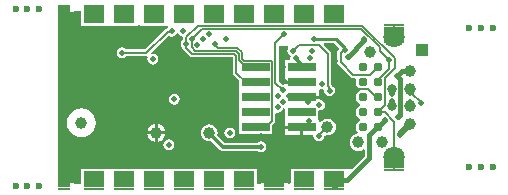
<source format=gbl>
G04*
G04 #@! TF.GenerationSoftware,Altium Limited,Altium Designer,21.7.2 (23)*
G04*
G04 Layer_Physical_Order=4*
G04 Layer_Color=16711680*
%FSLAX24Y24*%
%MOIN*%
G70*
G04*
G04 #@! TF.SameCoordinates,43C8A9C3-E03B-469C-A9E8-94EB88380565*
G04*
G04*
G04 #@! TF.FilePolarity,Positive*
G04*
G01*
G75*
%ADD10C,0.0098*%
%ADD13C,0.0079*%
%ADD14C,0.0059*%
%ADD15C,0.0050*%
%ADD66C,0.0118*%
%ADD69C,0.0709*%
%ADD71C,0.0394*%
%ADD72R,0.0394X0.0394*%
%ADD73C,0.0080*%
%ADD74C,0.0100*%
%ADD76C,0.0150*%
%ADD77C,0.0200*%
%ADD78R,0.0990X0.0552*%
%ADD79R,0.0560X0.0570*%
%ADD80R,0.0709X0.0531*%
%ADD81R,0.0709X0.0098*%
%ADD82C,0.0390*%
%ADD83R,0.0440X0.0098*%
%ADD84R,0.0440X0.0531*%
%ADD85C,0.0236*%
%ADD86C,0.0197*%
%ADD87R,0.0945X0.0299*%
%ADD88C,0.0310*%
%ADD89C,0.0315*%
%ADD90C,0.0057*%
G36*
X9723Y4653D02*
X9704Y4625D01*
X9691Y4555D01*
X9704Y4486D01*
X9744Y4427D01*
X9795Y4392D01*
X9793Y4389D01*
X9779Y4319D01*
X9787Y4280D01*
X9751Y4230D01*
X9615D01*
Y3791D01*
X9595Y3750D01*
X9595D01*
X9595Y3750D01*
Y3550D01*
X10168D01*
Y3450D01*
X9595D01*
Y3446D01*
X9557Y3414D01*
X9538Y3418D01*
X9518Y3414D01*
X9396Y3536D01*
Y4703D01*
X9696D01*
X9723Y4653D01*
D02*
G37*
G36*
X2816Y5389D02*
X5699D01*
X5714Y5339D01*
X5699Y5328D01*
X5679Y5299D01*
X5654Y5294D01*
X5619Y5271D01*
X5619Y5271D01*
X4946Y4597D01*
X4323D01*
X4309Y4619D01*
X4250Y4658D01*
X4180Y4672D01*
X4110Y4658D01*
X4051Y4619D01*
X4012Y4560D01*
X3998Y4490D01*
X4012Y4420D01*
X4051Y4361D01*
X4110Y4322D01*
X4180Y4308D01*
X4250Y4322D01*
X4309Y4361D01*
X4323Y4383D01*
X4990D01*
X4999Y4385D01*
X5029Y4340D01*
X5029Y4339D01*
X5015Y4270D01*
X5029Y4200D01*
X5068Y4141D01*
X5127Y4102D01*
X5197Y4088D01*
X5266Y4102D01*
X5325Y4141D01*
X5365Y4200D01*
X5379Y4270D01*
X5365Y4339D01*
X5325Y4398D01*
X5266Y4438D01*
X5197Y4452D01*
X5168Y4446D01*
X5143Y4492D01*
X5713Y5062D01*
X5758Y5032D01*
X5827Y5018D01*
X5897Y5032D01*
X5956Y5071D01*
X5995Y5130D01*
X5999Y5149D01*
X6050D01*
X6053Y5135D01*
X6092Y5076D01*
X6151Y5037D01*
X6206Y5026D01*
X6202Y5007D01*
Y4925D01*
X6181Y4910D01*
X6141Y4851D01*
X6127Y4782D01*
X6141Y4712D01*
X6181Y4653D01*
X6218Y4628D01*
X6220Y4619D01*
X6243Y4584D01*
X6449Y4379D01*
X6483Y4355D01*
X6524Y4347D01*
X7870D01*
X7874Y4343D01*
Y4189D01*
X7875Y4181D01*
Y3823D01*
X7883Y3782D01*
X7907Y3747D01*
X8080Y3574D01*
Y3270D01*
X8080D01*
Y3230D01*
X8080D01*
Y2770D01*
X8080D01*
Y2730D01*
X8080D01*
Y2270D01*
X8080Y2270D01*
Y2230D01*
X8080D01*
X8080Y2220D01*
Y1770D01*
X9185D01*
Y2078D01*
X9255Y2149D01*
X9279Y2184D01*
X9287Y2225D01*
X9287Y2225D01*
Y2447D01*
X9337Y2488D01*
X9360Y2483D01*
X9430Y2497D01*
X9489Y2537D01*
X9528Y2596D01*
X9536Y2635D01*
X9570Y2647D01*
X9615Y2614D01*
X9615Y2291D01*
X9595Y2250D01*
X9595Y2229D01*
Y2050D01*
X10168D01*
Y2000D01*
X10218D01*
Y1750D01*
X10533D01*
X10558Y1720D01*
X10572Y1650D01*
X10611Y1591D01*
X10670Y1552D01*
X10740Y1538D01*
X10810Y1552D01*
X10869Y1591D01*
X10908Y1650D01*
X10919Y1705D01*
X10937Y1728D01*
X10968Y1744D01*
X11024Y1737D01*
X11096Y1746D01*
X11163Y1774D01*
X11221Y1818D01*
X11265Y1876D01*
X11293Y1943D01*
X11303Y2016D01*
X11293Y2088D01*
X11265Y2155D01*
X11221Y2213D01*
X11163Y2258D01*
X11096Y2285D01*
X11024Y2295D01*
X10951Y2285D01*
X10884Y2258D01*
X10826Y2213D01*
X10790Y2166D01*
X10742Y2178D01*
X10740Y2179D01*
X10740Y2250D01*
X10720Y2291D01*
X10720Y2538D01*
X10758Y2569D01*
X10827Y2583D01*
X10887Y2622D01*
X10926Y2681D01*
X10940Y2751D01*
X10926Y2821D01*
X10887Y2880D01*
X10827Y2919D01*
X10758Y2933D01*
X10740Y2947D01*
Y2950D01*
X10168D01*
Y3050D01*
X10740D01*
Y3243D01*
X10748Y3255D01*
X10790Y3280D01*
X10837Y3271D01*
X10870Y3277D01*
X10912Y3235D01*
X10911Y3226D01*
X10924Y3156D01*
X10964Y3097D01*
X11023Y3058D01*
X11093Y3044D01*
X11162Y3058D01*
X11221Y3097D01*
X11261Y3156D01*
X11274Y3226D01*
X11261Y3296D01*
X11221Y3355D01*
X11185Y3379D01*
X11182Y3391D01*
X11156Y3431D01*
X11147Y3440D01*
Y4455D01*
X11137Y4502D01*
X11111Y4541D01*
X10895Y4758D01*
X10914Y4804D01*
X11240D01*
X11420Y4623D01*
X11373Y4577D01*
X11347Y4537D01*
X11338Y4490D01*
Y4180D01*
X11347Y4133D01*
X11373Y4093D01*
X11798Y3668D01*
X11838Y3642D01*
X11885Y3633D01*
X11950D01*
X11977Y3583D01*
X11960Y3500D01*
X11979Y3408D01*
X12031Y3331D01*
X12108Y3279D01*
X12124Y3275D01*
Y3225D01*
X12108Y3221D01*
X12031Y3169D01*
X11979Y3092D01*
X11960Y3000D01*
X11979Y2908D01*
X12031Y2831D01*
X12108Y2779D01*
X12124Y2775D01*
Y2725D01*
X12108Y2721D01*
X12031Y2669D01*
X11979Y2592D01*
X11960Y2500D01*
X11979Y2408D01*
X12031Y2331D01*
X12108Y2279D01*
X12124Y2275D01*
Y2225D01*
X12108Y2221D01*
X12031Y2169D01*
X11979Y2092D01*
X11960Y2000D01*
X11979Y1908D01*
X12028Y1835D01*
X12023Y1811D01*
X12012Y1783D01*
X11976Y1778D01*
X11906Y1749D01*
X11847Y1703D01*
X11801Y1644D01*
X11772Y1574D01*
X11763Y1500D01*
X11772Y1426D01*
X11801Y1356D01*
X11847Y1297D01*
X11906Y1251D01*
X11976Y1222D01*
X12050Y1213D01*
X12124Y1222D01*
X12194Y1251D01*
X12212Y1265D01*
X12262Y1240D01*
Y1035D01*
X11838Y611D01*
X11684D01*
Y611D01*
X10816D01*
Y611D01*
X10766Y611D01*
X10684D01*
X9816D01*
Y178D01*
X9766Y128D01*
X9704D01*
Y216D01*
X8796D01*
Y128D01*
X8684D01*
Y611D01*
X2816D01*
Y128D01*
X2766Y128D01*
X2570D01*
Y216D01*
X2250D01*
Y266D01*
X2200D01*
Y632D01*
X2030D01*
Y5368D01*
X2200D01*
Y5734D01*
X2250D01*
Y5784D01*
X2570D01*
Y5870D01*
X2816D01*
X2816Y5389D01*
D02*
G37*
%LPC*%
G36*
X2570Y5684D02*
X2300D01*
Y5368D01*
X2570D01*
Y5684D01*
D02*
G37*
G36*
X5923Y3124D02*
X5853Y3110D01*
X5794Y3070D01*
X5755Y3011D01*
X5741Y2942D01*
X5755Y2872D01*
X5794Y2813D01*
X5853Y2774D01*
X5923Y2760D01*
X5992Y2774D01*
X6051Y2813D01*
X6091Y2872D01*
X6105Y2942D01*
X6091Y3011D01*
X6051Y3070D01*
X5992Y3110D01*
X5923Y3124D01*
D02*
G37*
G36*
X5365Y2112D02*
Y1869D01*
X5608D01*
X5604Y1896D01*
X5574Y1969D01*
X5527Y2031D01*
X5465Y2078D01*
X5392Y2108D01*
X5365Y2112D01*
D02*
G37*
G36*
X5265Y2112D02*
X5237Y2108D01*
X5165Y2078D01*
X5103Y2031D01*
X5056Y1969D01*
X5026Y1896D01*
X5022Y1869D01*
X5265D01*
Y2112D01*
D02*
G37*
G36*
X10118Y1950D02*
X9595D01*
Y1750D01*
X10118D01*
Y1950D01*
D02*
G37*
G36*
X2820Y2630D02*
X2696Y2613D01*
X2580Y2566D01*
X2481Y2489D01*
X2404Y2390D01*
X2357Y2274D01*
X2340Y2150D01*
X2357Y2026D01*
X2404Y1910D01*
X2481Y1811D01*
X2580Y1734D01*
X2696Y1687D01*
X2820Y1670D01*
X2944Y1687D01*
X3060Y1734D01*
X3159Y1811D01*
X3235Y1910D01*
X3283Y2026D01*
X3300Y2150D01*
X3283Y2274D01*
X3235Y2390D01*
X3159Y2489D01*
X3060Y2566D01*
X2944Y2613D01*
X2820Y2630D01*
D02*
G37*
G36*
X7773Y1995D02*
X7703Y1981D01*
X7644Y1941D01*
X7605Y1882D01*
X7591Y1813D01*
X7605Y1743D01*
X7644Y1684D01*
X7703Y1645D01*
X7773Y1631D01*
X7842Y1645D01*
X7901Y1684D01*
X7941Y1743D01*
X7955Y1813D01*
X7941Y1882D01*
X7901Y1941D01*
X7842Y1981D01*
X7773Y1995D01*
D02*
G37*
G36*
X5608Y1769D02*
X5365D01*
Y1526D01*
X5392Y1530D01*
X5465Y1560D01*
X5527Y1607D01*
X5574Y1669D01*
X5604Y1741D01*
X5608Y1769D01*
D02*
G37*
G36*
X5265D02*
X5022D01*
X5026Y1741D01*
X5056Y1669D01*
X5103Y1607D01*
X5165Y1560D01*
X5237Y1530D01*
X5265Y1526D01*
Y1769D01*
D02*
G37*
G36*
X5733Y1605D02*
X5663Y1591D01*
X5604Y1551D01*
X5565Y1492D01*
X5551Y1423D01*
X5565Y1353D01*
X5604Y1294D01*
X5663Y1255D01*
X5733Y1241D01*
X5802Y1255D01*
X5861Y1294D01*
X5901Y1353D01*
X5915Y1423D01*
X5901Y1492D01*
X5861Y1551D01*
X5802Y1591D01*
X5733Y1605D01*
D02*
G37*
G36*
X7087Y2098D02*
X7014Y2089D01*
X6947Y2061D01*
X6889Y2016D01*
X6845Y1959D01*
X6817Y1891D01*
X6807Y1819D01*
X6817Y1747D01*
X6845Y1679D01*
X6889Y1621D01*
X6947Y1577D01*
X7014Y1549D01*
X7087Y1540D01*
X7156Y1549D01*
X7457Y1248D01*
X7503Y1217D01*
X7558Y1206D01*
X8689D01*
X8728Y1180D01*
X8798Y1166D01*
X8867Y1180D01*
X8926Y1219D01*
X8966Y1278D01*
X8980Y1348D01*
X8966Y1418D01*
X8926Y1477D01*
X8867Y1516D01*
X8798Y1530D01*
X8728Y1516D01*
X8689Y1490D01*
X7616D01*
X7357Y1749D01*
X7366Y1819D01*
X7356Y1891D01*
X7328Y1959D01*
X7284Y2016D01*
X7226Y2061D01*
X7159Y2089D01*
X7087Y2098D01*
D02*
G37*
G36*
X9704Y632D02*
X9300D01*
Y316D01*
X9704D01*
Y632D01*
D02*
G37*
G36*
X9200D02*
X8796D01*
Y316D01*
X9200D01*
Y632D01*
D02*
G37*
G36*
X2570D02*
X2300D01*
Y316D01*
X2570D01*
Y632D01*
D02*
G37*
%LPD*%
D10*
X10562Y4936D02*
X11294D01*
X11600Y4630D01*
D13*
X10737Y4743D02*
X11025Y4455D01*
X10060Y4743D02*
X10737D01*
X9873Y4555D02*
X10060Y4743D01*
X11070Y3249D02*
X11093Y3226D01*
X11070Y3249D02*
Y3344D01*
X11025Y3389D02*
Y4455D01*
Y3389D02*
X11070Y3344D01*
X13810Y3150D02*
X14160Y2800D01*
X14190D01*
D14*
X9284Y4814D02*
X9587Y5116D01*
X9284Y3490D02*
Y4814D01*
Y3490D02*
X9538Y3236D01*
D15*
X6837Y5290D02*
X12136D01*
X6695Y5393D02*
X12186D01*
X4180Y4490D02*
X4990D01*
X5695Y5195D01*
X5823D01*
X5827Y5200D01*
X6319Y4660D02*
X6524Y4454D01*
X6319Y4660D02*
Y4772D01*
X6309Y4782D02*
X6319Y4772D01*
X6309Y5007D02*
X6695Y5393D01*
X6309Y4782D02*
Y5007D01*
X6500Y4678D02*
Y4891D01*
X12136Y5290D02*
X12760Y4665D01*
Y4560D02*
Y4665D01*
Y4560D02*
X13090Y4230D01*
X6455Y4936D02*
X6500Y4891D01*
X6524Y4454D02*
X7914D01*
X6500Y4678D02*
X6623Y4555D01*
X7980D01*
X12650Y3504D02*
X13090Y3944D01*
X6506Y4959D02*
X6837Y5290D01*
X9180Y2225D02*
Y4181D01*
X9136Y4225D02*
X9180Y4181D01*
X8955Y2000D02*
X9180Y2225D01*
X8228Y4225D02*
X9136D01*
X8632Y2000D02*
X8955D01*
X12930Y3640D02*
X13263Y3973D01*
Y4317D01*
X12186Y5393D02*
X13263Y4317D01*
X8081Y4230D02*
X8311Y4000D01*
X8081Y4230D02*
Y4454D01*
X7982Y3823D02*
X8305Y3500D01*
X7982Y3823D02*
Y4187D01*
X7981Y4189D02*
X7982Y4187D01*
X7981Y4189D02*
Y4388D01*
X8305Y3500D02*
X8632D01*
X8181Y4272D02*
X8228Y4225D01*
X8181Y4272D02*
Y4496D01*
X8021Y4655D02*
X8181Y4496D01*
X7390Y4655D02*
X8021D01*
X7264Y4782D02*
X7390Y4655D01*
X7980Y4555D02*
X8081Y4454D01*
X7914D02*
X7981Y4388D01*
X12930Y2730D02*
Y3640D01*
X8311Y4000D02*
X8632D01*
X8943D01*
X12700Y2500D02*
X12930Y2730D01*
X13250Y1000D02*
Y2180D01*
X12930Y2500D02*
X13250Y2180D01*
X12700Y2500D02*
X12930D01*
X13250Y811D02*
Y1000D01*
Y634D02*
Y811D01*
Y5220D02*
Y5366D01*
X13090Y3944D02*
Y4230D01*
X10740Y1720D02*
Y1732D01*
X11024Y2016D01*
D66*
X7087Y1819D02*
X7558Y1348D01*
X8798D01*
D69*
X13250Y5000D02*
D03*
Y1000D02*
D03*
Y5000D02*
D03*
Y1000D02*
D03*
D71*
X7087Y1819D02*
D03*
X13780Y3886D02*
D03*
Y2114D02*
D03*
X11024Y2016D02*
D03*
X5315Y1819D02*
D03*
X2820Y2150D02*
D03*
X13780Y2705D02*
D03*
Y3295D02*
D03*
D72*
X14173Y4575D02*
D03*
D73*
X11460Y4490D02*
X11600Y4630D01*
X11460Y4180D02*
Y4490D01*
Y4180D02*
X11885Y3755D01*
X12455D02*
X12700Y4000D01*
X11885Y3755D02*
X12455D01*
D74*
X10187Y4019D02*
Y4093D01*
X9988Y4292D02*
X10187Y4093D01*
X9988Y4292D02*
Y4316D01*
D76*
X13386Y2350D02*
X13455Y2419D01*
Y3615D01*
X13350Y3720D02*
X13455Y3615D01*
X12420Y970D02*
Y1739D01*
X12933Y2252D01*
X11700Y4350D02*
X12250Y4900D01*
X11490Y240D02*
X11690D01*
X11250Y0D02*
X11490Y240D01*
X11690D02*
X12420Y970D01*
X12250Y4900D02*
Y4930D01*
X13350Y3720D02*
X13516Y3886D01*
X13780D01*
D77*
X13440Y1775D02*
X13780Y2114D01*
X13440Y1760D02*
Y1775D01*
D78*
X9255Y404D02*
D03*
D79*
X2310Y415D02*
D03*
Y5585D02*
D03*
D80*
X10250Y266D02*
D03*
X11250D02*
D03*
X13250Y5081D02*
D03*
Y919D02*
D03*
X9250Y266D02*
D03*
X10250Y5734D02*
D03*
X8250Y266D02*
D03*
X7250D02*
D03*
X6250D02*
D03*
X5250D02*
D03*
Y5734D02*
D03*
X6250D02*
D03*
X7250D02*
D03*
X11250D02*
D03*
X3250D02*
D03*
X4250D02*
D03*
X9250D02*
D03*
X8250D02*
D03*
X3250Y266D02*
D03*
X4250D02*
D03*
D81*
X10250Y-50D02*
D03*
X11250D02*
D03*
X13250Y5416D02*
D03*
Y584D02*
D03*
X9250Y-50D02*
D03*
X10250Y6050D02*
D03*
X8250Y-50D02*
D03*
X7250D02*
D03*
X6250D02*
D03*
X5250D02*
D03*
Y6050D02*
D03*
X6250D02*
D03*
X7250D02*
D03*
X11250D02*
D03*
X3250D02*
D03*
X4250D02*
D03*
X9250D02*
D03*
X8250D02*
D03*
X3250Y-50D02*
D03*
X4250D02*
D03*
D82*
X12450Y4500D02*
D03*
X12050Y1500D02*
D03*
X12850D02*
D03*
D83*
X2250Y6050D02*
D03*
Y-50D02*
D03*
D84*
Y5734D02*
D03*
Y266D02*
D03*
D85*
X15748Y5327D02*
D03*
X16535D02*
D03*
X16142D02*
D03*
Y673D02*
D03*
X16535D02*
D03*
X15748D02*
D03*
X630Y39D02*
D03*
X1417D02*
D03*
X1024D02*
D03*
Y5961D02*
D03*
X1417D02*
D03*
X630D02*
D03*
D86*
X6890Y3571D02*
D03*
X7323D02*
D03*
X7756D02*
D03*
X6890Y3138D02*
D03*
X7323D02*
D03*
X7756D02*
D03*
X6890Y2705D02*
D03*
X7323D02*
D03*
X7756D02*
D03*
X8770Y659D02*
D03*
X11221Y2941D02*
D03*
X10758Y2751D02*
D03*
X10493Y4555D02*
D03*
X9873D02*
D03*
X9961Y4319D02*
D03*
X10434Y4299D02*
D03*
X11270Y4225D02*
D03*
X11093Y3226D02*
D03*
X11220Y2478D02*
D03*
X9370Y1199D02*
D03*
X6978Y1012D02*
D03*
X10382Y2862D02*
D03*
X9744Y3039D02*
D03*
X9587Y5116D02*
D03*
X7657Y4936D02*
D03*
X10562D02*
D03*
X10837Y3453D02*
D03*
X7086Y5116D02*
D03*
X5197Y4270D02*
D03*
X2617Y645D02*
D03*
X2140Y659D02*
D03*
X5020Y3843D02*
D03*
X3658Y3241D02*
D03*
X4303Y3785D02*
D03*
X4037Y3653D02*
D03*
X3813Y3460D02*
D03*
X3539Y2938D02*
D03*
X3506Y2643D02*
D03*
Y2346D02*
D03*
Y2049D02*
D03*
X3491Y1752D02*
D03*
X3285Y1539D02*
D03*
X2989Y1521D02*
D03*
X2692D02*
D03*
X2399Y1473D02*
D03*
X4045Y1009D02*
D03*
X4338Y1520D02*
D03*
X4385Y1813D02*
D03*
X4388Y2110D02*
D03*
Y2407D02*
D03*
X4390Y2704D02*
D03*
X4564Y2945D02*
D03*
X4856Y2996D02*
D03*
X4715Y3851D02*
D03*
X3810Y824D02*
D03*
X10404Y2197D02*
D03*
X4744Y5300D02*
D03*
X4180Y4490D02*
D03*
X5138Y4900D02*
D03*
X5404Y5275D02*
D03*
X4309Y4914D02*
D03*
X6221Y5205D02*
D03*
X5827Y5200D02*
D03*
X6211Y4368D02*
D03*
X6309Y4782D02*
D03*
X6506Y4959D02*
D03*
X11270Y1720D02*
D03*
X9567Y3532D02*
D03*
X13169Y2872D02*
D03*
Y3128D02*
D03*
X3335Y5283D02*
D03*
X9360Y2665D02*
D03*
X9537Y2852D02*
D03*
X9360Y3049D02*
D03*
X9538Y3236D02*
D03*
X9545Y4024D02*
D03*
X9548Y4526D02*
D03*
X7264Y4782D02*
D03*
X5473Y1077D02*
D03*
X4978Y1071D02*
D03*
X11848Y1139D02*
D03*
X10098Y1639D02*
D03*
X4598Y2639D02*
D03*
X4848Y2139D02*
D03*
X4598Y1639D02*
D03*
X4348Y1139D02*
D03*
X2848Y4139D02*
D03*
X4882Y1819D02*
D03*
X2171Y5343D02*
D03*
X2151Y3733D02*
D03*
X6673Y4750D02*
D03*
X8798Y1348D02*
D03*
X8815Y1699D02*
D03*
X8456Y1010D02*
D03*
X9626Y1199D02*
D03*
X6890Y4959D02*
D03*
X2313Y3378D02*
D03*
X7773Y1813D02*
D03*
X7473Y1763D02*
D03*
X5793Y2159D02*
D03*
X5733Y1423D02*
D03*
X5923Y2942D02*
D03*
X5955Y1199D02*
D03*
X5203Y2733D02*
D03*
X13386Y2350D02*
D03*
X12933Y2252D02*
D03*
X13440Y1760D02*
D03*
X13780Y3150D02*
D03*
X14150Y2800D02*
D03*
X13780Y2850D02*
D03*
X11230Y3720D02*
D03*
X9249Y703D02*
D03*
X2140Y2620D02*
D03*
X4290Y4080D02*
D03*
X11630Y2970D02*
D03*
X13350Y3720D02*
D03*
X11700Y4350D02*
D03*
X11680Y1680D02*
D03*
X11600Y4590D02*
D03*
X11250Y3430D02*
D03*
X10640Y1080D02*
D03*
X11910Y840D02*
D03*
X11447Y919D02*
D03*
X10210Y1140D02*
D03*
X9760Y740D02*
D03*
X13090Y4230D02*
D03*
X2650Y5760D02*
D03*
X2144Y4638D02*
D03*
X2700Y2800D02*
D03*
Y200D02*
D03*
X12250Y4930D02*
D03*
X2180Y1570D02*
D03*
X10740Y1720D02*
D03*
X2726Y3891D02*
D03*
X2716Y4367D02*
D03*
D87*
X10168Y2000D02*
D03*
Y2500D02*
D03*
Y3000D02*
D03*
Y3500D02*
D03*
Y4000D02*
D03*
X8632Y2000D02*
D03*
Y2500D02*
D03*
Y3000D02*
D03*
Y3500D02*
D03*
Y4000D02*
D03*
D88*
X12700D02*
D03*
Y3500D02*
D03*
Y3000D02*
D03*
Y2500D02*
D03*
Y2000D02*
D03*
X12200D02*
D03*
Y2500D02*
D03*
Y3000D02*
D03*
Y3500D02*
D03*
Y4000D02*
D03*
D89*
X13169Y3295D02*
D03*
Y2705D02*
D03*
D90*
X11630Y2970D02*
X11926Y3266D01*
X12387D02*
X12650Y3004D01*
X11926Y3266D02*
X12387D01*
M02*

</source>
